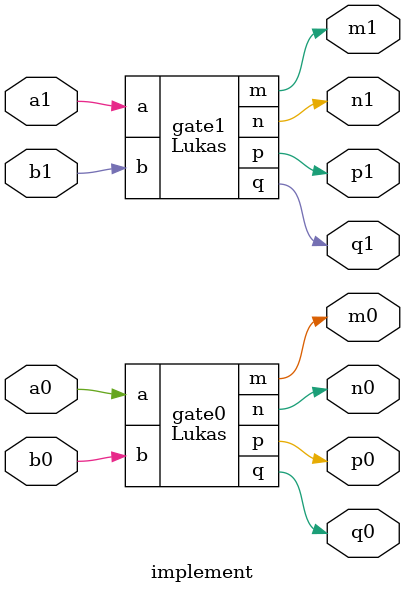
<source format=v>
module Lukas(
	input a,
	input b,
	output m,
	output n,
	output p,
	output q
    );
	 //assign outputs
	assign m = a & b;
	assign n = a | b;
	assign p = !a;
	assign q = !a & b | a & !b;
endmodule

module implement(
	a0,a1,
	b0,b1,
	m0,m1,
	n0,n1,
	p0,p1,
	q0,q1);
	//input switches
	(* LOC="G18" *) input a0;
	(* LOC="N17" *) input a1;
	(* LOC="H18" *) input b0;
	(* LOC="R17" *) input b1;
	
	//output
	(* LOC="J14" *) output m0;
	(* LOC="J15" *) output n0;
	(* LOC="K15" *) output p0;
	(* LOC="K14" *) output q0;

	(* LOC="E17" *) output m1;
	(* LOC="P15" *) output n1;
	(* LOC="F4" *) output p1;
	(* LOC="R4" *) output q1;
	
	//implement
	Lukas gate0(a0,b0,m0,n0,p0,q0);
	Lukas gate1(a1,b1,m1,n1,p1,q1);
	
endmodule
</source>
